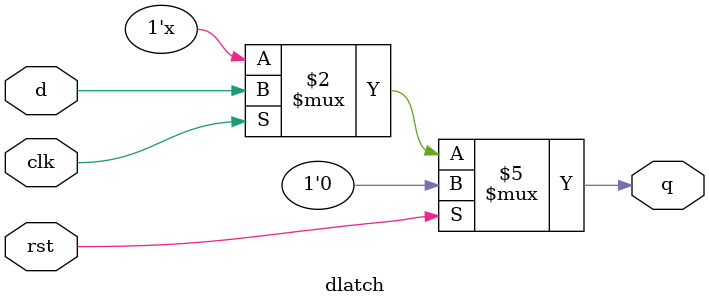
<source format=v>
module dlatch(d,clk,rst,q);
  input clk,rst,d;
  output reg q;
  
  always@(clk,rst,d)
    begin
      if(rst)
        q<=0;
      else
        if(clk)
          q<=d;
    end
endmodule
      

</source>
